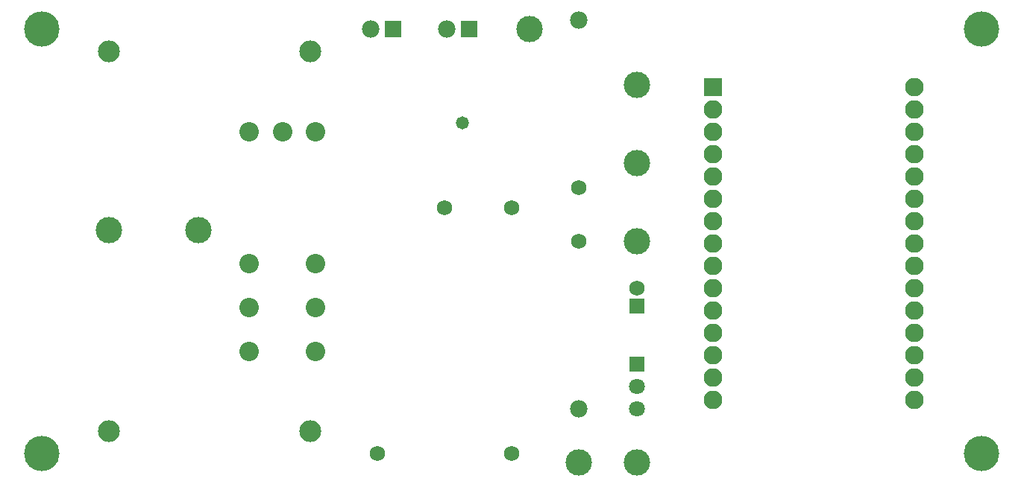
<source format=gbs>
G04 Layer_Color=8150272*
%FSLAX25Y25*%
%MOIN*%
G70*
G01*
G75*
%ADD37C,0.09800*%
%ADD38R,0.06800X0.06800*%
%ADD39C,0.06800*%
%ADD40C,0.07099*%
%ADD41R,0.07099X0.07099*%
%ADD42C,0.11800*%
%ADD43C,0.07800*%
%ADD44C,0.08674*%
%ADD45C,0.08300*%
%ADD46R,0.08300X0.08300*%
%ADD47C,0.15800*%
%ADD48R,0.07800X0.07800*%
%ADD49C,0.05800*%
D37*
X850000Y680000D02*
D03*
Y510000D02*
D03*
X940000D02*
D03*
Y680000D02*
D03*
D38*
X1086000Y566063D02*
D03*
D39*
Y573937D02*
D03*
X1060000Y619000D02*
D03*
Y595000D02*
D03*
X970000Y500000D02*
D03*
X1030000D02*
D03*
X1000000Y610000D02*
D03*
X1030000D02*
D03*
D40*
X1086000Y520000D02*
D03*
Y530000D02*
D03*
D41*
Y540000D02*
D03*
D42*
Y595000D02*
D03*
Y665000D02*
D03*
Y496000D02*
D03*
X1060000D02*
D03*
X1086000Y630000D02*
D03*
X890000Y600000D02*
D03*
X850000D02*
D03*
X1038000Y690000D02*
D03*
D43*
X1060000Y694000D02*
D03*
Y520000D02*
D03*
X1000800Y690000D02*
D03*
X966800D02*
D03*
D44*
X942228Y545575D02*
D03*
X912700D02*
D03*
X942228Y565260D02*
D03*
X912700D02*
D03*
X942228Y644000D02*
D03*
X927464D02*
D03*
X912700D02*
D03*
X942228Y584945D02*
D03*
X912700D02*
D03*
D45*
X1120000Y524000D02*
D03*
Y534000D02*
D03*
Y544000D02*
D03*
Y554000D02*
D03*
Y564000D02*
D03*
Y574000D02*
D03*
Y584000D02*
D03*
Y594000D02*
D03*
Y604000D02*
D03*
Y614000D02*
D03*
Y624000D02*
D03*
Y634000D02*
D03*
Y644000D02*
D03*
Y654000D02*
D03*
X1210000Y664000D02*
D03*
Y654000D02*
D03*
Y644000D02*
D03*
Y634000D02*
D03*
Y624000D02*
D03*
Y614000D02*
D03*
Y604000D02*
D03*
Y594000D02*
D03*
Y584000D02*
D03*
Y574000D02*
D03*
Y564000D02*
D03*
Y554000D02*
D03*
Y544000D02*
D03*
Y534000D02*
D03*
Y524000D02*
D03*
D46*
X1120000Y664000D02*
D03*
D47*
X820000Y690000D02*
D03*
Y500000D02*
D03*
X1240000Y690000D02*
D03*
Y500000D02*
D03*
D48*
X1010800Y690000D02*
D03*
X976800D02*
D03*
D49*
X1008000Y648000D02*
D03*
M02*

</source>
